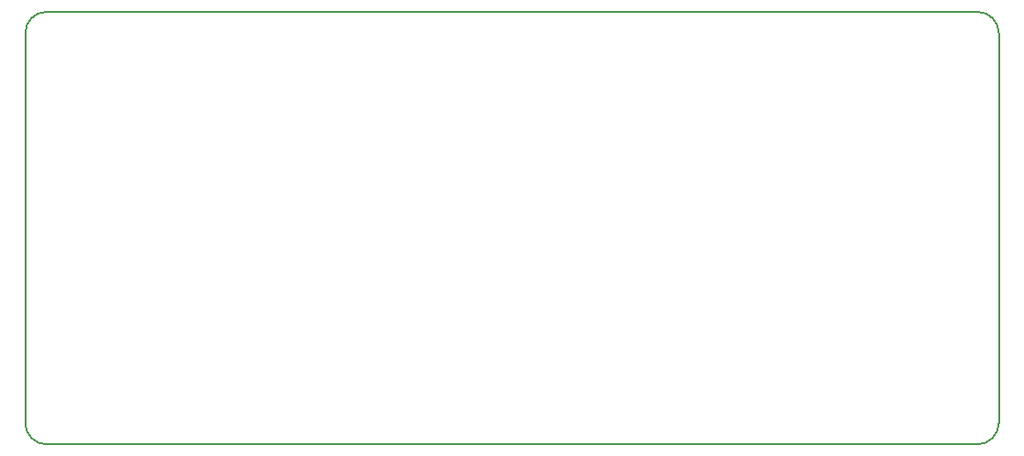
<source format=gm1>
G04 #@! TF.GenerationSoftware,KiCad,Pcbnew,(5.0.0-3-g5ebb6b6)*
G04 #@! TF.CreationDate,2018-08-10T20:06:04-07:00*
G04 #@! TF.ProjectId,juma-adj-cx,6A756D612D61646A2D63782E6B696361,rev?*
G04 #@! TF.SameCoordinates,Original*
G04 #@! TF.FileFunction,Profile,NP*
%FSLAX46Y46*%
G04 Gerber Fmt 4.6, Leading zero omitted, Abs format (unit mm)*
G04 Created by KiCad (PCBNEW (5.0.0-3-g5ebb6b6)) date Friday, August 10, 2018 at 08:06:04 PM*
%MOMM*%
%LPD*%
G01*
G04 APERTURE LIST*
%ADD10C,0.150000*%
G04 APERTURE END LIST*
D10*
X82000000Y-130000000D02*
G75*
G02X80000000Y-128000000I0J2000000D01*
G01*
X170000000Y-128000000D02*
G75*
G02X168000000Y-130000000I-2000000J0D01*
G01*
X168000000Y-90000000D02*
G75*
G02X170000000Y-92000000I0J-2000000D01*
G01*
X80000000Y-92000000D02*
G75*
G02X82000000Y-90000000I2000000J0D01*
G01*
X168000000Y-90000000D02*
X82000000Y-90000000D01*
X170000000Y-128000000D02*
X170000000Y-92000000D01*
X82000000Y-130000000D02*
X168000000Y-130000000D01*
X80000000Y-92000000D02*
X80000000Y-128000000D01*
M02*

</source>
